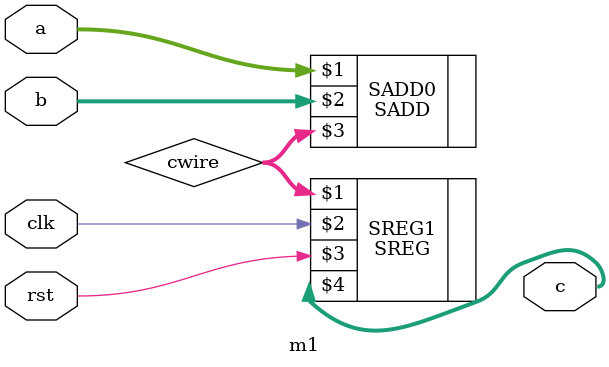
<source format=v>
`timescale 1ns / 1ps 

module m1(clk, rst, a, b, c);

input clk, rst;
input signed [7:0] a;
input [7:0] b;
output signed [7:0] c;
wire signed [7:0] cwire;

SADD #(.DATAWIDTH(8)) SADD0(a, b, cwire);
SREG #(.DATAWIDTH(8)) SREG1(cwire, clk, rst, c);

endmodule

</source>
